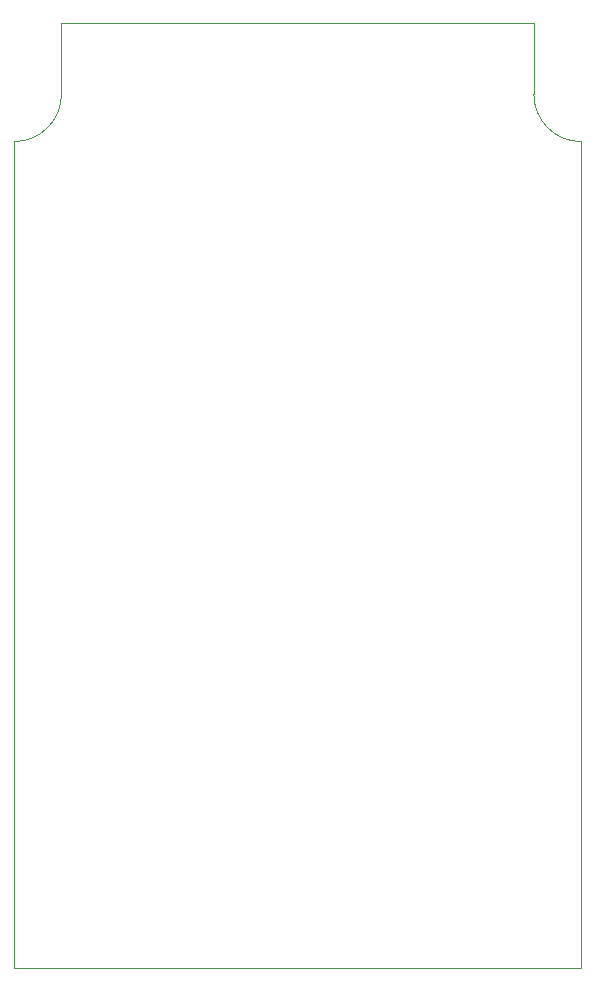
<source format=gbr>
G04 #@! TF.FileFunction,Profile,NP*
%FSLAX46Y46*%
G04 Gerber Fmt 4.6, Leading zero omitted, Abs format (unit mm)*
G04 Created by KiCad (PCBNEW (2015-04-30 BZR 5634)-product) date Mon 22 Jun 2015 08:21:25 PM CEST*
%MOMM*%
G01*
G04 APERTURE LIST*
%ADD10C,0.100000*%
%ADD11C,0.001000*%
G04 APERTURE END LIST*
D10*
D11*
X57270000Y-141270000D02*
X57270000Y-71270000D01*
X105270000Y-141270000D02*
X57270000Y-141270000D01*
X105270000Y-71270000D02*
X105270000Y-141270000D01*
X57270000Y-71270000D02*
G75*
G03X61270000Y-67270000I0J4000000D01*
G01*
X61270000Y-61270000D02*
X61270000Y-67270000D01*
X101270000Y-67270000D02*
G75*
G03X105270000Y-71270000I4000000J0D01*
G01*
X101270000Y-61270000D02*
X101270000Y-67270000D01*
X61270000Y-61270000D02*
X101270000Y-61270000D01*
M02*

</source>
